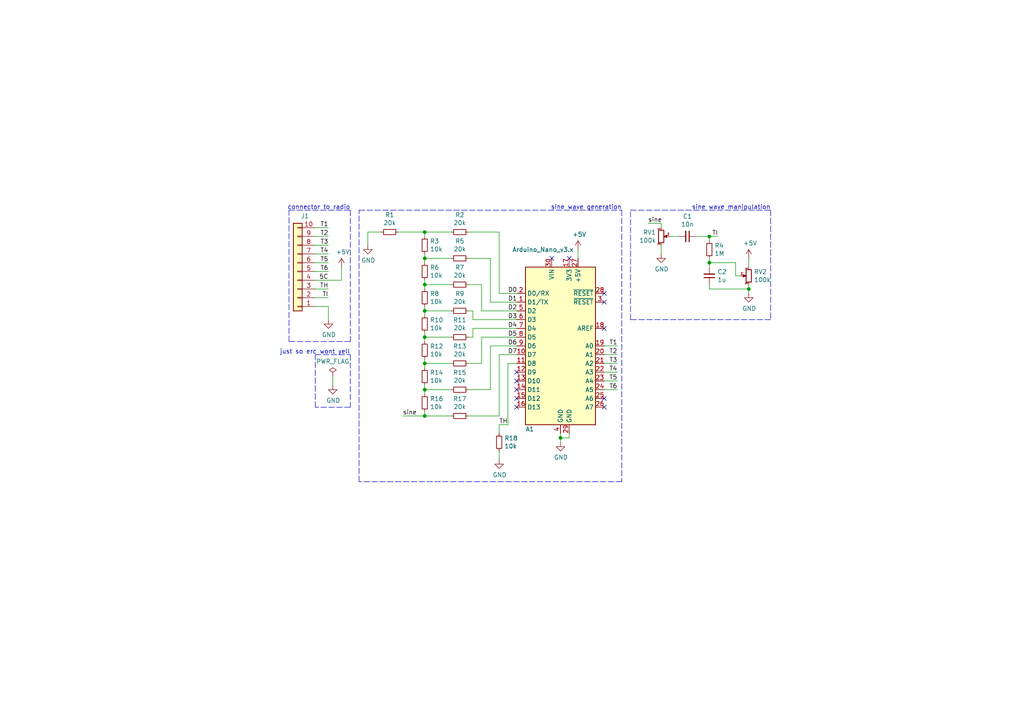
<source format=kicad_sch>
(kicad_sch (version 20211123) (generator eeschema)
  (paper "A4")
  (title_block (title "te-9") (date "2021-09-24") (rev "v1") (company "jared") (comment 1 "ctcss tone encoder for kenwood ts-811a"))
  (lib_symbols
    (symbol "Connector_Generic:Conn_01x10" (pin_names (offset 1.016) hide)
      (property "Reference" "J" (at 0 12.7 0))
      (property "Value" "Conn_01x10" (at 0 -15.24 0))
      (symbol "Conn_01x10_1_1"
        (rectangle (start -1.27 -12.573) (end 0 -12.827) (stroke (width 0.1524)))
        (rectangle (start -1.27 -10.033) (end 0 -10.287) (stroke (width 0.1524)))
        (rectangle (start -1.27 -7.493) (end 0 -7.747) (stroke (width 0.1524)))
        (rectangle (start -1.27 -4.953) (end 0 -5.207) (stroke (width 0.1524)))
        (rectangle (start -1.27 -2.413) (end 0 -2.667) (stroke (width 0.1524)))
        (rectangle (start -1.27 0.127) (end 0 -0.127) (stroke (width 0.1524)))
        (rectangle (start -1.27 2.667) (end 0 2.413) (stroke (width 0.1524)))
        (rectangle (start -1.27 5.207) (end 0 4.953) (stroke (width 0.1524)))
        (rectangle (start -1.27 7.747) (end 0 7.493) (stroke (width 0.1524)))
        (rectangle (start -1.27 10.287) (end 0 10.033) (stroke (width 0.1524)))
        (rectangle (start -1.27 11.43) (end 1.27 -13.97) (stroke (width 0.254)) (fill (type background)))
        (pin passive line (at -5.08 10.16 0) (length 3.81) (name "Pin_1") (number "1"))
        (pin passive line (at -5.08 -12.7 0) (length 3.81) (name "Pin_10") (number "10"))
        (pin passive line (at -5.08 7.62 0) (length 3.81) (name "Pin_2") (number "2"))
        (pin passive line (at -5.08 5.08 0) (length 3.81) (name "Pin_3") (number "3"))
        (pin passive line (at -5.08 2.54 0) (length 3.81) (name "Pin_4") (number "4"))
        (pin passive line (at -5.08 0 0) (length 3.81) (name "Pin_5") (number "5"))
        (pin passive line (at -5.08 -2.54 0) (length 3.81) (name "Pin_6") (number "6"))
        (pin passive line (at -5.08 -5.08 0) (length 3.81) (name "Pin_7") (number "7"))
        (pin passive line (at -5.08 -7.62 0) (length 3.81) (name "Pin_8") (number "8"))
        (pin passive line (at -5.08 -10.16 0) (length 3.81) (name "Pin_9") (number "9"))
      )
    )
    (symbol "Device:C_Small" (pin_numbers hide) (pin_names (offset 0.254) hide)
      (property "Reference" "C" (at 0.254 1.778 0))
      (property "Value" "C_Small" (at 0.254 -2.032 0))
      (symbol "C_Small_0_1"
        (polyline (pts (xy -1.524 -0.508) (xy 1.524 -0.508)) (stroke (width 0.3302)))
        (polyline (pts (xy -1.524 0.508) (xy 1.524 0.508)) (stroke (width 0.3048)))
      )
      (symbol "C_Small_1_1"
        (pin passive line (at 0 2.54 270) (length 2.032) (name "~") (number "1"))
        (pin passive line (at 0 -2.54 90) (length 2.032) (name "~") (number "2"))
      )
    )
    (symbol "Device:R_POT_Small" (pin_names (offset 1.016) hide)
      (property "Reference" "RV" (at -4.445 0 90))
      (property "Value" "Device_R_POT_Small" (at -2.54 0 90))
      (symbol "R_POT_Small_0_1"
        (polyline (pts (xy 0.889 0) (xy 0.635 0) (xy 1.651 0.381) (xy 1.651 -0.381) (xy 0.635 0) (xy 0.889 0)) (fill (type outline)))
        (rectangle (start 0.762 1.8034) (end -0.762 -1.8034) (stroke (width 0.254)))
      )
      (symbol "R_POT_Small_1_1"
        (pin passive line (at 0 2.54 270) (length 0.635) (name "1") (number "1"))
        (pin passive line (at 2.54 0 180) (length 0.9906) (name "2") (number "2"))
        (pin passive line (at 0 -2.54 90) (length 0.635) (name "3") (number "3"))
      )
    )
    (symbol "Device:R_Small" (pin_numbers hide) (pin_names (offset 0.254) hide)
      (property "Reference" "R" (at 0.762 0.508 0))
      (property "Value" "R_Small" (at 0.762 -1.016 0))
      (symbol "R_Small_0_1"
        (rectangle (start -0.762 1.778) (end 0.762 -1.778) (stroke (width 0.2032)))
      )
      (symbol "R_Small_1_1"
        (pin passive line (at 0 2.54 270) (length 0.762) (name "~") (number "1"))
        (pin passive line (at 0 -2.54 90) (length 0.762) (name "~") (number "2"))
      )
    )
    (symbol "MCU_Module:Arduino_Nano_v3.x"
      (property "Reference" "A" (at -10.16 23.495 0))
      (property "Value" "Arduino_Nano_v3.x" (at 5.08 -24.13 0))
      (symbol "Arduino_Nano_v3.x_0_1"
        (rectangle (start -10.16 22.86) (end 10.16 -22.86) (stroke (width 0.254)) (fill (type background)))
      )
      (symbol "Arduino_Nano_v3.x_1_1"
        (pin bidirectional line (at -12.7 12.7 0) (length 2.54) (name "D1/TX") (number "1"))
        (pin bidirectional line (at -12.7 -2.54 0) (length 2.54) (name "D7") (number "10"))
        (pin bidirectional line (at -12.7 -5.08 0) (length 2.54) (name "D8") (number "11"))
        (pin bidirectional line (at -12.7 -7.62 0) (length 2.54) (name "D9") (number "12"))
        (pin bidirectional line (at -12.7 -10.16 0) (length 2.54) (name "D10") (number "13"))
        (pin bidirectional line (at -12.7 -12.7 0) (length 2.54) (name "D11") (number "14"))
        (pin bidirectional line (at -12.7 -15.24 0) (length 2.54) (name "D12") (number "15"))
        (pin bidirectional line (at -12.7 -17.78 0) (length 2.54) (name "D13") (number "16"))
        (pin power_out line (at 2.54 25.4 270) (length 2.54) (name "3V3") (number "17"))
        (pin input line (at 12.7 5.08 180) (length 2.54) (name "AREF") (number "18"))
        (pin bidirectional line (at 12.7 0 180) (length 2.54) (name "A0") (number "19"))
        (pin bidirectional line (at -12.7 15.24 0) (length 2.54) (name "D0/RX") (number "2"))
        (pin bidirectional line (at 12.7 -2.54 180) (length 2.54) (name "A1") (number "20"))
        (pin bidirectional line (at 12.7 -5.08 180) (length 2.54) (name "A2") (number "21"))
        (pin bidirectional line (at 12.7 -7.62 180) (length 2.54) (name "A3") (number "22"))
        (pin bidirectional line (at 12.7 -10.16 180) (length 2.54) (name "A4") (number "23"))
        (pin bidirectional line (at 12.7 -12.7 180) (length 2.54) (name "A5") (number "24"))
        (pin bidirectional line (at 12.7 -15.24 180) (length 2.54) (name "A6") (number "25"))
        (pin bidirectional line (at 12.7 -17.78 180) (length 2.54) (name "A7") (number "26"))
        (pin power_out line (at 5.08 25.4 270) (length 2.54) (name "+5V") (number "27"))
        (pin input line (at 12.7 15.24 180) (length 2.54) (name "~{RESET}") (number "28"))
        (pin power_in line (at 2.54 -25.4 90) (length 2.54) (name "GND") (number "29"))
        (pin input line (at 12.7 12.7 180) (length 2.54) (name "~{RESET}") (number "3"))
        (pin power_in line (at -2.54 25.4 270) (length 2.54) (name "VIN") (number "30"))
        (pin power_in line (at 0 -25.4 90) (length 2.54) (name "GND") (number "4"))
        (pin bidirectional line (at -12.7 10.16 0) (length 2.54) (name "D2") (number "5"))
        (pin bidirectional line (at -12.7 7.62 0) (length 2.54) (name "D3") (number "6"))
        (pin bidirectional line (at -12.7 5.08 0) (length 2.54) (name "D4") (number "7"))
        (pin bidirectional line (at -12.7 2.54 0) (length 2.54) (name "D5") (number "8"))
        (pin bidirectional line (at -12.7 0 0) (length 2.54) (name "D6") (number "9"))
      )
    )
    (symbol "power:+5V" (power) (pin_names (offset 0))
      (property "Value" "+5V" (at 0 3.556 0))
      (symbol "+5V_0_1"
        (polyline (pts (xy -0.762 1.27) (xy 0 2.54)))
        (polyline (pts (xy 0 0) (xy 0 2.54)))
        (polyline (pts (xy 0 2.54) (xy 0.762 1.27)))
      )
      (symbol "+5V_1_1"
        (pin power_in line (at 0 0 90) (length 0) hide (name "+5V") (number "1"))
      )
    )
    (symbol "power:GND" (power) (pin_names (offset 0))
      (property "Value" "GND" (at 0 -3.81 0))
      (symbol "GND_0_1"
        (polyline (pts (xy 0 0) (xy 0 -1.27) (xy 1.27 -1.27) (xy 0 -2.54) (xy -1.27 -1.27) (xy 0 -1.27)))
      )
      (symbol "GND_1_1"
        (pin power_in line (at 0 0 270) (length 0) hide (name "GND") (number "1"))
      )
    )
    (symbol "power:PWR_FLAG" (power) (pin_numbers hide) (pin_names (offset 0) hide)
      (property "Value" "PWR_FLAG" (at 0 3.81 0))
      (symbol "PWR_FLAG_0_0"
        (pin power_out line (at 0 0 90) (length 0) (name "pwr") (number "1"))
      )
      (symbol "PWR_FLAG_0_1"
        (polyline (pts (xy 0 0) (xy 0 1.27) (xy -1.016 1.905) (xy 0 2.54) (xy 1.016 1.905) (xy 0 1.27)))
      )
    )
  )
  (junction (at 123.19 105.41))
  (junction (at 162.56 127))
  (junction (at 123.19 113.03))
  (junction (at 123.19 74.93))
  (junction (at 123.19 97.79))
  (junction (at 123.19 120.65))
  (junction (at 123.19 90.17))
  (junction (at 205.74 68.58))
  (junction (at 217.17 83.82))
  (junction (at 123.19 67.31))
  (junction (at 123.19 82.55))
  (junction (at 205.74 76.2))
  (no_connect (at 175.26 118.11))
  (no_connect (at 149.86 118.11))
  (no_connect (at 149.86 113.03))
  (no_connect (at 160.02 74.93))
  (no_connect (at 165.1 74.93))
  (no_connect (at 149.86 107.95))
  (no_connect (at 175.26 87.63))
  (no_connect (at 175.26 85.09))
  (no_connect (at 149.86 115.57))
  (no_connect (at 175.26 95.25))
  (no_connect (at 175.26 115.57))
  (no_connect (at 149.86 110.49))
  (wire (pts (xy 123.19 74.93) (xy 123.19 73.66)))
  (wire (pts (xy 91.44 86.36) (xy 95.25 86.36)))
  (polyline (pts (xy 104.14 60.96) (xy 180.34 60.96)))
  (wire (pts (xy 123.19 91.44) (xy 123.19 90.17)))
  (wire (pts (xy 147.32 105.41) (xy 147.32 123.19)))
  (polyline (pts (xy 101.6 60.96) (xy 101.6 99.06)))
  (wire (pts (xy 123.19 67.31) (xy 130.81 67.31)))
  (wire (pts (xy 91.44 71.12) (xy 95.25 71.12)))
  (wire (pts (xy 217.17 82.55) (xy 217.17 83.82)))
  (polyline (pts (xy 101.6 99.06) (xy 83.82 99.06)))
  (wire (pts (xy 162.56 127) (xy 165.1 127)))
  (polyline (pts (xy 180.34 60.96) (xy 180.34 139.7)))
  (wire (pts (xy 110.49 67.31) (xy 106.68 67.31)))
  (wire (pts (xy 99.06 81.28) (xy 99.06 77.47)))
  (wire (pts (xy 142.24 100.33) (xy 142.24 113.03)))
  (wire (pts (xy 205.74 68.58) (xy 208.28 68.58)))
  (wire (pts (xy 91.44 73.66) (xy 95.25 73.66)))
  (wire (pts (xy 95.25 88.9) (xy 95.25 92.71)))
  (wire (pts (xy 91.44 81.28) (xy 99.06 81.28)))
  (wire (pts (xy 91.44 88.9) (xy 95.25 88.9)))
  (wire (pts (xy 144.78 85.09) (xy 149.86 85.09)))
  (polyline (pts (xy 83.82 99.06) (xy 83.82 60.96)))
  (wire (pts (xy 123.19 120.65) (xy 123.19 119.38)))
  (wire (pts (xy 217.17 74.93) (xy 217.17 77.47)))
  (wire (pts (xy 139.7 90.17) (xy 139.7 82.55)))
  (wire (pts (xy 144.78 133.35) (xy 144.78 130.81)))
  (wire (pts (xy 147.32 123.19) (xy 144.78 123.19)))
  (wire (pts (xy 144.78 102.87) (xy 144.78 120.65)))
  (polyline (pts (xy 101.6 118.11) (xy 91.44 118.11)))
  (wire (pts (xy 205.74 76.2) (xy 213.36 76.2)))
  (wire (pts (xy 91.44 68.58) (xy 95.25 68.58)))
  (wire (pts (xy 123.19 113.03) (xy 123.19 111.76)))
  (wire (pts (xy 139.7 97.79) (xy 139.7 105.41)))
  (wire (pts (xy 137.16 92.71) (xy 137.16 90.17)))
  (polyline (pts (xy 180.34 139.7) (xy 104.14 139.7)))
  (wire (pts (xy 123.19 83.82) (xy 123.19 82.55)))
  (wire (pts (xy 139.7 82.55) (xy 135.89 82.55)))
  (wire (pts (xy 142.24 74.93) (xy 135.89 74.93)))
  (wire (pts (xy 123.19 106.68) (xy 123.19 105.41)))
  (wire (pts (xy 205.74 77.47) (xy 205.74 76.2)))
  (wire (pts (xy 130.81 97.79) (xy 123.19 97.79)))
  (polyline (pts (xy 182.88 92.71) (xy 182.88 60.96)))
  (wire (pts (xy 91.44 76.2) (xy 95.25 76.2)))
  (wire (pts (xy 130.81 120.65) (xy 123.19 120.65)))
  (wire (pts (xy 137.16 95.25) (xy 137.16 97.79)))
  (polyline (pts (xy 223.52 92.71) (xy 182.88 92.71)))
  (wire (pts (xy 130.81 113.03) (xy 123.19 113.03)))
  (wire (pts (xy 175.26 105.41) (xy 179.07 105.41)))
  (wire (pts (xy 175.26 100.33) (xy 179.07 100.33)))
  (wire (pts (xy 137.16 97.79) (xy 135.89 97.79)))
  (wire (pts (xy 123.19 120.65) (xy 116.84 120.65)))
  (wire (pts (xy 205.74 82.55) (xy 205.74 83.82)))
  (wire (pts (xy 191.77 64.77) (xy 187.96 64.77)))
  (wire (pts (xy 123.19 114.3) (xy 123.19 113.03)))
  (wire (pts (xy 91.44 83.82) (xy 95.25 83.82)))
  (wire (pts (xy 123.19 99.06) (xy 123.19 97.79)))
  (wire (pts (xy 213.36 80.01) (xy 214.63 80.01)))
  (wire (pts (xy 123.19 67.31) (xy 123.19 68.58)))
  (wire (pts (xy 162.56 125.73) (xy 162.56 127)))
  (wire (pts (xy 162.56 127) (xy 162.56 128.27)))
  (polyline (pts (xy 83.82 60.96) (xy 101.6 60.96)))
  (wire (pts (xy 144.78 120.65) (xy 135.89 120.65)))
  (polyline (pts (xy 101.6 102.87) (xy 101.6 118.11)))
  (wire (pts (xy 144.78 123.19) (xy 144.78 125.73)))
  (wire (pts (xy 91.44 78.74) (xy 95.25 78.74)))
  (wire (pts (xy 123.19 97.79) (xy 123.19 96.52)))
  (wire (pts (xy 175.26 107.95) (xy 179.07 107.95)))
  (polyline (pts (xy 223.52 60.96) (xy 223.52 92.71)))
  (wire (pts (xy 130.81 90.17) (xy 123.19 90.17)))
  (wire (pts (xy 175.26 113.03) (xy 179.07 113.03)))
  (wire (pts (xy 91.44 66.04) (xy 95.25 66.04)))
  (wire (pts (xy 144.78 85.09) (xy 144.78 67.31)))
  (wire (pts (xy 144.78 67.31) (xy 135.89 67.31)))
  (wire (pts (xy 194.31 68.58) (xy 196.85 68.58)))
  (wire (pts (xy 191.77 66.04) (xy 191.77 64.77)))
  (wire (pts (xy 142.24 87.63) (xy 142.24 74.93)))
  (wire (pts (xy 149.86 105.41) (xy 147.32 105.41)))
  (wire (pts (xy 167.64 74.93) (xy 167.64 72.39)))
  (wire (pts (xy 123.19 90.17) (xy 123.19 88.9)))
  (wire (pts (xy 175.26 110.49) (xy 179.07 110.49)))
  (wire (pts (xy 130.81 105.41) (xy 123.19 105.41)))
  (wire (pts (xy 144.78 102.87) (xy 149.86 102.87)))
  (wire (pts (xy 142.24 100.33) (xy 149.86 100.33)))
  (wire (pts (xy 123.19 82.55) (xy 123.19 81.28)))
  (wire (pts (xy 213.36 76.2) (xy 213.36 80.01)))
  (wire (pts (xy 123.19 105.41) (xy 123.19 104.14)))
  (wire (pts (xy 217.17 83.82) (xy 217.17 85.09)))
  (wire (pts (xy 191.77 71.12) (xy 191.77 73.66)))
  (wire (pts (xy 217.17 83.82) (xy 205.74 83.82)))
  (wire (pts (xy 137.16 95.25) (xy 149.86 95.25)))
  (polyline (pts (xy 182.88 60.96) (xy 223.52 60.96)))
  (polyline (pts (xy 104.14 139.7) (xy 104.14 60.96)))
  (wire (pts (xy 201.93 68.58) (xy 205.74 68.58)))
  (wire (pts (xy 123.19 76.2) (xy 123.19 74.93)))
  (wire (pts (xy 139.7 105.41) (xy 135.89 105.41)))
  (wire (pts (xy 106.68 67.31) (xy 106.68 71.12)))
  (wire (pts (xy 139.7 90.17) (xy 149.86 90.17)))
  (polyline (pts (xy 91.44 118.11) (xy 91.44 102.87)))
  (wire (pts (xy 142.24 87.63) (xy 149.86 87.63)))
  (wire (pts (xy 175.26 102.87) (xy 179.07 102.87)))
  (wire (pts (xy 137.16 92.71) (xy 149.86 92.71)))
  (wire (pts (xy 142.24 113.03) (xy 135.89 113.03)))
  (wire (pts (xy 165.1 127) (xy 165.1 125.73)))
  (wire (pts (xy 205.74 76.2) (xy 205.74 74.93)))
  (wire (pts (xy 205.74 68.58) (xy 205.74 69.85)))
  (wire (pts (xy 137.16 90.17) (xy 135.89 90.17)))
  (wire (pts (xy 139.7 97.79) (xy 149.86 97.79)))
  (wire (pts (xy 130.81 82.55) (xy 123.19 82.55)))
  (polyline (pts (xy 91.44 102.87) (xy 101.6 102.87)))
  (wire (pts (xy 130.81 74.93) (xy 123.19 74.93)))
  (wire (pts (xy 96.52 109.22) (xy 96.52 111.76)))
  (wire (pts (xy 115.57 67.31) (xy 123.19 67.31)))
  (text "sine wave generation" (at 180.34 60.96 180) (effects (font (size 1.27 1.27)) (justify right bottom)))
  (text "just so erc wont yell" (at 101.6 102.87 180) (effects (font (size 1.27 1.27)) (justify right bottom)))
  (text "connector to radio" (at 101.6 60.96 180) (effects (font (size 1.27 1.27)) (justify right bottom)))
  (text "sine wave manipulation" (at 223.52 60.96 180) (effects (font (size 1.27 1.27)) (justify right bottom)))
  (label "T6" (at 179.07 113.03 180))
  (label "TI" (at 95.25 86.36 180))
  (label "TH" (at 144.78 123.19 0))
  (label "D1" (at 147.32 87.63 0))
  (label "T5" (at 95.25 76.2 180))
  (label "D0" (at 147.32 85.09 0))
  (label "D5" (at 147.32 97.79 0))
  (label "T1" (at 179.07 100.33 180))
  (label "TI" (at 208.28 68.58 180))
  (label "D6" (at 147.32 100.33 0))
  (label "D3" (at 147.32 92.71 0))
  (label "T4" (at 179.07 107.95 180))
  (label "T6" (at 95.25 78.74 180))
  (label "D4" (at 147.32 95.25 0))
  (label "T2" (at 95.25 68.58 180))
  (label "D7" (at 147.32 102.87 0))
  (label "5C" (at 95.25 81.28 180))
  (label "T2" (at 179.07 102.87 180))
  (label "T3" (at 95.25 71.12 180))
  (label "T1" (at 95.25 66.04 180))
  (label "TH" (at 95.25 83.82 180))
  (label "sine" (at 187.96 64.77 0))
  (label "sine" (at 116.84 120.65 0))
  (label "T3" (at 179.07 105.41 180))
  (label "T4" (at 95.25 73.66 180))
  (label "D2" (at 147.32 90.17 0))
  (label "T5" (at 179.07 110.49 180))
  (symbol (lib_id "MCU_Module:Arduino_Nano_v3.x") (at 162.56 100.33 0) (unit 1)
    (property "Reference" "A1" (at 153.67 124.46 0))
    (property "Value" "Arduino_Nano_v3.x" (at 157.48 72.39 0))
    (property "Datasheet" "http://www.mouser.com/pdfdocs/Gravitech_Arduino_Nano3_0.pdf" (effects hide))
  )
  (symbol (lib_id "power:GND") (at 162.56 128.27 0) (unit 1)
    (property "Reference" "#PWR09" (effects hide))
    (property "Value" "GND" (at 162.687 132.6642 0))
  )
  (symbol (lib_id "power:+5V") (at 167.64 72.39 0) (unit 1)
    (property "Reference" "#PWR02" (effects hide))
    (property "Value" "+5V" (at 168.021 67.9958 0))
  )
  (symbol (lib_id "Device:R_Small") (at 133.35 67.31 270) (unit 1)
    (property "Reference" "R2" (at 133.35 62.3316 90))
    (property "Value" "20k" (at 133.35 64.643 90))
  )
  (symbol (lib_id "Device:R_Small") (at 133.35 74.93 270) (unit 1)
    (property "Reference" "R5" (at 133.35 69.9516 90))
    (property "Value" "20k" (at 133.35 72.263 90))
  )
  (symbol (lib_id "Device:R_Small") (at 133.35 82.55 270) (unit 1)
    (property "Reference" "R7" (at 133.35 77.5716 90))
    (property "Value" "20k" (at 133.35 79.883 90))
  )
  (symbol (lib_id "Device:R_Small") (at 133.35 90.17 270) (unit 1)
    (property "Reference" "R9" (at 133.35 85.1916 90))
    (property "Value" "20k" (at 133.35 87.503 90))
  )
  (symbol (lib_id "Device:R_Small") (at 133.35 97.79 270) (unit 1)
    (property "Reference" "R11" (at 133.35 92.8116 90))
    (property "Value" "20k" (at 133.35 95.123 90))
  )
  (symbol (lib_id "Device:R_Small") (at 133.35 105.41 270) (unit 1)
    (property "Reference" "R13" (at 133.35 100.4316 90))
    (property "Value" "20k" (at 133.35 102.743 90))
  )
  (symbol (lib_id "Device:R_Small") (at 133.35 113.03 270) (unit 1)
    (property "Reference" "R15" (at 133.35 108.0516 90))
    (property "Value" "20k" (at 133.35 110.363 90))
  )
  (symbol (lib_id "Device:R_Small") (at 133.35 120.65 270) (unit 1)
    (property "Reference" "R17" (at 133.35 115.6716 90))
    (property "Value" "20k" (at 133.35 117.983 90))
  )
  (symbol (lib_id "Device:R_Small") (at 123.19 71.12 0) (unit 1)
    (property "Reference" "R3" (at 124.6886 69.9516 0) (effects (justify left)))
    (property "Value" "10k" (at 124.6886 72.263 0) (effects (justify left)))
  )
  (symbol (lib_id "Device:R_Small") (at 113.03 67.31 270) (unit 1)
    (property "Reference" "R1" (at 113.03 62.3316 90))
    (property "Value" "20k" (at 113.03 64.643 90))
  )
  (symbol (lib_id "power:GND") (at 106.68 71.12 0) (unit 1)
    (property "Reference" "#PWR01" (effects hide))
    (property "Value" "GND" (at 106.807 75.5142 0))
  )
  (symbol (lib_id "Device:R_Small") (at 123.19 78.74 0) (unit 1)
    (property "Reference" "R6" (at 124.6886 77.5716 0) (effects (justify left)))
    (property "Value" "10k" (at 124.6886 79.883 0) (effects (justify left)))
  )
  (symbol (lib_id "Device:R_Small") (at 123.19 86.36 0) (unit 1)
    (property "Reference" "R8" (at 124.6886 85.1916 0) (effects (justify left)))
    (property "Value" "10k" (at 124.6886 87.503 0) (effects (justify left)))
  )
  (symbol (lib_id "Device:R_Small") (at 123.19 93.98 0) (unit 1)
    (property "Reference" "R10" (at 124.6886 92.8116 0) (effects (justify left)))
    (property "Value" "10k" (at 124.6886 95.123 0) (effects (justify left)))
  )
  (symbol (lib_id "Device:R_Small") (at 123.19 101.6 0) (unit 1)
    (property "Reference" "R12" (at 124.6886 100.4316 0) (effects (justify left)))
    (property "Value" "10k" (at 124.6886 102.743 0) (effects (justify left)))
  )
  (symbol (lib_id "Device:R_Small") (at 123.19 109.22 0) (unit 1)
    (property "Reference" "R14" (at 124.6886 108.0516 0) (effects (justify left)))
    (property "Value" "10k" (at 124.6886 110.363 0) (effects (justify left)))
  )
  (symbol (lib_id "Device:R_Small") (at 123.19 116.84 0) (unit 1)
    (property "Reference" "R16" (at 124.6886 115.6716 0) (effects (justify left)))
    (property "Value" "10k" (at 124.6886 117.983 0) (effects (justify left)))
  )
  (symbol (lib_id "Connector_Generic:Conn_01x10") (at 86.36 78.74 180) (unit 1)
    (property "Reference" "J1" (at 88.4428 62.6618 0))
    (property "Value" "Conn_01x10" (effects hide))
  )
  (symbol (lib_id "power:GND") (at 95.25 92.71 0) (unit 1)
    (property "Reference" "#PWR07" (effects hide))
    (property "Value" "GND" (at 95.377 97.1042 0))
  )
  (symbol (lib_id "Device:R_Small") (at 144.78 128.27 0) (unit 1)
    (property "Reference" "R18" (at 146.2786 127.1016 0) (effects (justify left)))
    (property "Value" "10k" (at 146.2786 129.413 0) (effects (justify left)))
  )
  (symbol (lib_id "power:GND") (at 144.78 133.35 0) (unit 1)
    (property "Reference" "#PWR010" (effects hide))
    (property "Value" "GND" (at 144.907 137.7442 0))
  )
  (symbol (lib_id "Device:R_Small") (at 205.74 72.39 180) (unit 1)
    (property "Reference" "R4" (at 207.2386 71.2216 0) (effects (justify right)))
    (property "Value" "1M" (at 207.2386 73.533 0) (effects (justify right)))
  )
  (symbol (lib_id "Device:R_POT_Small") (at 191.77 68.58 0) (unit 1)
    (property "Reference" "RV1" (at 190.2714 67.4116 0) (effects (justify right)))
    (property "Value" "100k" (at 190.2714 69.723 0) (effects (justify right)))
  )
  (symbol (lib_id "Device:R_POT_Small") (at 217.17 80.01 0) (mirror y) (unit 1)
    (property "Reference" "RV2" (at 218.6686 78.8416 0) (effects (justify right)))
    (property "Value" "100k" (at 218.6686 81.153 0) (effects (justify right)))
  )
  (symbol (lib_id "Device:C_Small") (at 199.39 68.58 270) (unit 1)
    (property "Reference" "C1" (at 199.39 62.7634 90))
    (property "Value" "10n" (at 199.39 65.0748 90))
  )
  (symbol (lib_id "Device:C_Small") (at 205.74 80.01 180) (unit 1)
    (property "Reference" "C2" (at 208.0768 78.8416 0) (effects (justify right)))
    (property "Value" "1u" (at 208.0768 81.153 0) (effects (justify right)))
  )
  (symbol (lib_id "power:GND") (at 217.17 85.09 0) (unit 1)
    (property "Reference" "#PWR06" (effects hide))
    (property "Value" "GND" (at 217.297 89.4842 0))
  )
  (symbol (lib_id "power:GND") (at 191.77 73.66 0) (unit 1)
    (property "Reference" "#PWR03" (effects hide))
    (property "Value" "GND" (at 191.897 78.0542 0))
  )
  (symbol (lib_id "power:+5V") (at 217.17 74.93 0) (unit 1)
    (property "Reference" "#PWR04" (effects hide))
    (property "Value" "+5V" (at 217.551 70.5358 0))
  )
  (symbol (lib_id "power:+5V") (at 99.06 77.47 0) (unit 1)
    (property "Reference" "#PWR05" (effects hide))
    (property "Value" "+5V" (at 99.441 73.0758 0))
  )
  (symbol (lib_id "power:PWR_FLAG") (at 96.52 109.22 0) (unit 1)
    (property "Reference" "#FLG01" (effects hide))
    (property "Value" "PWR_FLAG" (at 96.52 104.8258 0))
  )
  (symbol (lib_id "power:GND") (at 96.52 111.76 0) (unit 1)
    (property "Reference" "#PWR08" (effects hide))
    (property "Value" "GND" (at 96.647 116.1542 0))
  )
)
</source>
